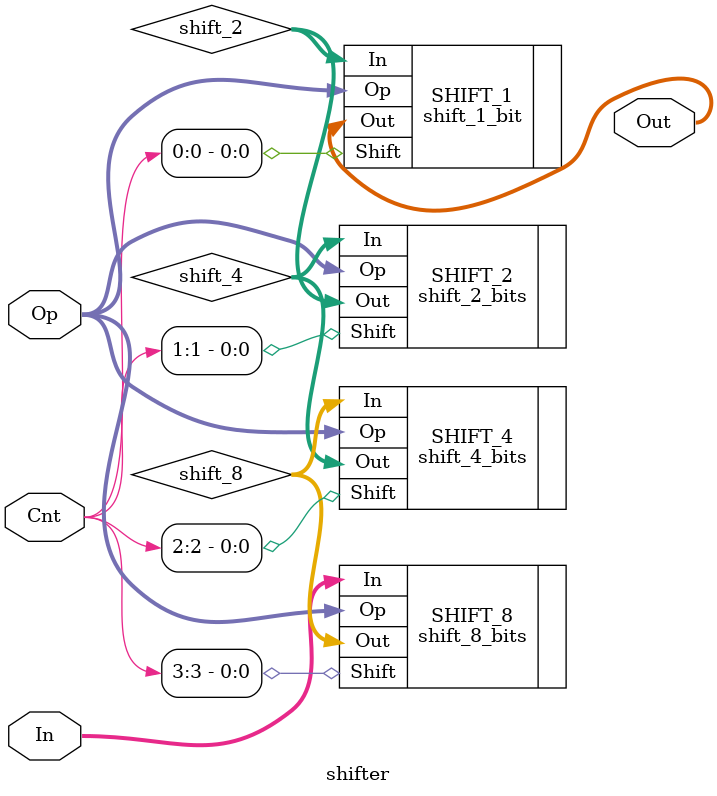
<source format=v>
module shifter (In, Cnt, Op, Out);

   input [15:0] In;
   input [3:0]  Cnt;
   input [1:0]  Op;
   output [15:0] Out;

   wire[15:0] shift_8, shift_4, shift_2;

   shift_8_bits SHIFT_8(.In(In), .Shift(Cnt[3]), .Op(Op), .Out(shift_8));
   shift_4_bits SHIFT_4(.In(shift_8), .Shift(Cnt[2]), .Op(Op), .Out(shift_4));
   shift_2_bits SHIFT_2(.In(shift_4), .Shift(Cnt[1]), .Op(Op), .Out(shift_2));
   shift_1_bit SHIFT_1(.In(shift_2), .Shift(Cnt[0]), .Op(Op), .Out(Out));

endmodule

</source>
